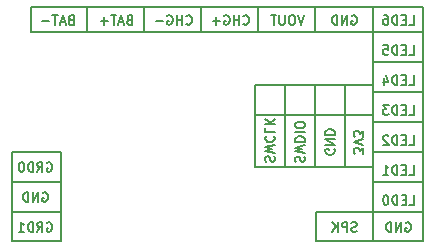
<source format=gbo>
G04 #@! TF.FileFunction,Legend,Bot*
%FSLAX46Y46*%
G04 Gerber Fmt 4.6, Leading zero omitted, Abs format (unit mm)*
G04 Created by KiCad (PCBNEW 4.0.6) date 11/02/17 10:09:17*
%MOMM*%
%LPD*%
G01*
G04 APERTURE LIST*
%ADD10C,0.200000*%
%ADD11C,0.150000*%
G04 APERTURE END LIST*
D10*
X139700000Y-110490000D02*
X149733000Y-110490000D01*
X139700000Y-106045000D02*
X149733000Y-106045000D01*
X139700000Y-103505000D02*
X149733000Y-103505000D01*
X147320000Y-103505000D02*
X147320000Y-110490000D01*
X144780000Y-103505000D02*
X144780000Y-110490000D01*
X142240000Y-103505000D02*
X142240000Y-110490000D01*
X139700000Y-103505000D02*
X139700000Y-110490000D01*
D11*
X140646190Y-110013524D02*
X140608095Y-109899238D01*
X140608095Y-109708762D01*
X140646190Y-109632572D01*
X140684286Y-109594476D01*
X140760476Y-109556381D01*
X140836667Y-109556381D01*
X140912857Y-109594476D01*
X140950952Y-109632572D01*
X140989048Y-109708762D01*
X141027143Y-109861143D01*
X141065238Y-109937334D01*
X141103333Y-109975429D01*
X141179524Y-110013524D01*
X141255714Y-110013524D01*
X141331905Y-109975429D01*
X141370000Y-109937334D01*
X141408095Y-109861143D01*
X141408095Y-109670667D01*
X141370000Y-109556381D01*
X141408095Y-109289714D02*
X140608095Y-109099238D01*
X141179524Y-108946857D01*
X140608095Y-108794476D01*
X141408095Y-108604000D01*
X140684286Y-107842095D02*
X140646190Y-107880190D01*
X140608095Y-107994476D01*
X140608095Y-108070666D01*
X140646190Y-108184952D01*
X140722381Y-108261143D01*
X140798571Y-108299238D01*
X140950952Y-108337333D01*
X141065238Y-108337333D01*
X141217619Y-108299238D01*
X141293810Y-108261143D01*
X141370000Y-108184952D01*
X141408095Y-108070666D01*
X141408095Y-107994476D01*
X141370000Y-107880190D01*
X141331905Y-107842095D01*
X140608095Y-107118285D02*
X140608095Y-107499238D01*
X141408095Y-107499238D01*
X140608095Y-106851619D02*
X141408095Y-106851619D01*
X140608095Y-106394476D02*
X141065238Y-106737333D01*
X141408095Y-106394476D02*
X140950952Y-106851619D01*
X143186190Y-110026238D02*
X143148095Y-109911952D01*
X143148095Y-109721476D01*
X143186190Y-109645286D01*
X143224286Y-109607190D01*
X143300476Y-109569095D01*
X143376667Y-109569095D01*
X143452857Y-109607190D01*
X143490952Y-109645286D01*
X143529048Y-109721476D01*
X143567143Y-109873857D01*
X143605238Y-109950048D01*
X143643333Y-109988143D01*
X143719524Y-110026238D01*
X143795714Y-110026238D01*
X143871905Y-109988143D01*
X143910000Y-109950048D01*
X143948095Y-109873857D01*
X143948095Y-109683381D01*
X143910000Y-109569095D01*
X143948095Y-109302428D02*
X143148095Y-109111952D01*
X143719524Y-108959571D01*
X143148095Y-108807190D01*
X143948095Y-108616714D01*
X143148095Y-108311952D02*
X143948095Y-108311952D01*
X143948095Y-108121476D01*
X143910000Y-108007190D01*
X143833810Y-107930999D01*
X143757619Y-107892904D01*
X143605238Y-107854809D01*
X143490952Y-107854809D01*
X143338571Y-107892904D01*
X143262381Y-107930999D01*
X143186190Y-108007190D01*
X143148095Y-108121476D01*
X143148095Y-108311952D01*
X143148095Y-107511952D02*
X143948095Y-107511952D01*
X143948095Y-106978619D02*
X143948095Y-106826238D01*
X143910000Y-106750047D01*
X143833810Y-106673857D01*
X143681429Y-106635762D01*
X143414762Y-106635762D01*
X143262381Y-106673857D01*
X143186190Y-106750047D01*
X143148095Y-106826238D01*
X143148095Y-106978619D01*
X143186190Y-107054809D01*
X143262381Y-107131000D01*
X143414762Y-107169095D01*
X143681429Y-107169095D01*
X143833810Y-107131000D01*
X143910000Y-107054809D01*
X143948095Y-106978619D01*
X148901095Y-109321476D02*
X148901095Y-108826238D01*
X148596333Y-109092905D01*
X148596333Y-108978619D01*
X148558238Y-108902429D01*
X148520143Y-108864333D01*
X148443952Y-108826238D01*
X148253476Y-108826238D01*
X148177286Y-108864333D01*
X148139190Y-108902429D01*
X148101095Y-108978619D01*
X148101095Y-109207191D01*
X148139190Y-109283381D01*
X148177286Y-109321476D01*
X148901095Y-108597667D02*
X148101095Y-108331000D01*
X148901095Y-108064333D01*
X148901095Y-107873857D02*
X148901095Y-107378619D01*
X148596333Y-107645286D01*
X148596333Y-107531000D01*
X148558238Y-107454810D01*
X148520143Y-107416714D01*
X148443952Y-107378619D01*
X148253476Y-107378619D01*
X148177286Y-107416714D01*
X148139190Y-107454810D01*
X148101095Y-107531000D01*
X148101095Y-107759572D01*
X148139190Y-107835762D01*
X148177286Y-107873857D01*
X146450000Y-108940523D02*
X146488095Y-109016714D01*
X146488095Y-109130999D01*
X146450000Y-109245285D01*
X146373810Y-109321476D01*
X146297619Y-109359571D01*
X146145238Y-109397666D01*
X146030952Y-109397666D01*
X145878571Y-109359571D01*
X145802381Y-109321476D01*
X145726190Y-109245285D01*
X145688095Y-109130999D01*
X145688095Y-109054809D01*
X145726190Y-108940523D01*
X145764286Y-108902428D01*
X146030952Y-108902428D01*
X146030952Y-109054809D01*
X145688095Y-108559571D02*
X146488095Y-108559571D01*
X145688095Y-108102428D01*
X146488095Y-108102428D01*
X145688095Y-107721476D02*
X146488095Y-107721476D01*
X146488095Y-107531000D01*
X146450000Y-107416714D01*
X146373810Y-107340523D01*
X146297619Y-107302428D01*
X146145238Y-107264333D01*
X146030952Y-107264333D01*
X145878571Y-107302428D01*
X145802381Y-107340523D01*
X145726190Y-107416714D01*
X145688095Y-107531000D01*
X145688095Y-107721476D01*
X121767523Y-112630000D02*
X121843714Y-112591905D01*
X121957999Y-112591905D01*
X122072285Y-112630000D01*
X122148476Y-112706190D01*
X122186571Y-112782381D01*
X122224666Y-112934762D01*
X122224666Y-113049048D01*
X122186571Y-113201429D01*
X122148476Y-113277619D01*
X122072285Y-113353810D01*
X121957999Y-113391905D01*
X121881809Y-113391905D01*
X121767523Y-113353810D01*
X121729428Y-113315714D01*
X121729428Y-113049048D01*
X121881809Y-113049048D01*
X121386571Y-113391905D02*
X121386571Y-112591905D01*
X120929428Y-113391905D01*
X120929428Y-112591905D01*
X120548476Y-113391905D02*
X120548476Y-112591905D01*
X120358000Y-112591905D01*
X120243714Y-112630000D01*
X120167523Y-112706190D01*
X120129428Y-112782381D01*
X120091333Y-112934762D01*
X120091333Y-113049048D01*
X120129428Y-113201429D01*
X120167523Y-113277619D01*
X120243714Y-113353810D01*
X120358000Y-113391905D01*
X120548476Y-113391905D01*
X122129428Y-115170000D02*
X122205619Y-115131905D01*
X122319904Y-115131905D01*
X122434190Y-115170000D01*
X122510381Y-115246190D01*
X122548476Y-115322381D01*
X122586571Y-115474762D01*
X122586571Y-115589048D01*
X122548476Y-115741429D01*
X122510381Y-115817619D01*
X122434190Y-115893810D01*
X122319904Y-115931905D01*
X122243714Y-115931905D01*
X122129428Y-115893810D01*
X122091333Y-115855714D01*
X122091333Y-115589048D01*
X122243714Y-115589048D01*
X121291333Y-115931905D02*
X121558000Y-115550952D01*
X121748476Y-115931905D02*
X121748476Y-115131905D01*
X121443714Y-115131905D01*
X121367523Y-115170000D01*
X121329428Y-115208095D01*
X121291333Y-115284286D01*
X121291333Y-115398571D01*
X121329428Y-115474762D01*
X121367523Y-115512857D01*
X121443714Y-115550952D01*
X121748476Y-115550952D01*
X120948476Y-115931905D02*
X120948476Y-115131905D01*
X120758000Y-115131905D01*
X120643714Y-115170000D01*
X120567523Y-115246190D01*
X120529428Y-115322381D01*
X120491333Y-115474762D01*
X120491333Y-115589048D01*
X120529428Y-115741429D01*
X120567523Y-115817619D01*
X120643714Y-115893810D01*
X120758000Y-115931905D01*
X120948476Y-115931905D01*
X119729428Y-115931905D02*
X120186571Y-115931905D01*
X119958000Y-115931905D02*
X119958000Y-115131905D01*
X120034190Y-115246190D01*
X120110381Y-115322381D01*
X120186571Y-115360476D01*
X122129428Y-110090000D02*
X122205619Y-110051905D01*
X122319904Y-110051905D01*
X122434190Y-110090000D01*
X122510381Y-110166190D01*
X122548476Y-110242381D01*
X122586571Y-110394762D01*
X122586571Y-110509048D01*
X122548476Y-110661429D01*
X122510381Y-110737619D01*
X122434190Y-110813810D01*
X122319904Y-110851905D01*
X122243714Y-110851905D01*
X122129428Y-110813810D01*
X122091333Y-110775714D01*
X122091333Y-110509048D01*
X122243714Y-110509048D01*
X121291333Y-110851905D02*
X121558000Y-110470952D01*
X121748476Y-110851905D02*
X121748476Y-110051905D01*
X121443714Y-110051905D01*
X121367523Y-110090000D01*
X121329428Y-110128095D01*
X121291333Y-110204286D01*
X121291333Y-110318571D01*
X121329428Y-110394762D01*
X121367523Y-110432857D01*
X121443714Y-110470952D01*
X121748476Y-110470952D01*
X120948476Y-110851905D02*
X120948476Y-110051905D01*
X120758000Y-110051905D01*
X120643714Y-110090000D01*
X120567523Y-110166190D01*
X120529428Y-110242381D01*
X120491333Y-110394762D01*
X120491333Y-110509048D01*
X120529428Y-110661429D01*
X120567523Y-110737619D01*
X120643714Y-110813810D01*
X120758000Y-110851905D01*
X120948476Y-110851905D01*
X119996095Y-110051905D02*
X119919904Y-110051905D01*
X119843714Y-110090000D01*
X119805619Y-110128095D01*
X119767523Y-110204286D01*
X119729428Y-110356667D01*
X119729428Y-110547143D01*
X119767523Y-110699524D01*
X119805619Y-110775714D01*
X119843714Y-110813810D01*
X119919904Y-110851905D01*
X119996095Y-110851905D01*
X120072285Y-110813810D01*
X120110381Y-110775714D01*
X120148476Y-110699524D01*
X120186571Y-110547143D01*
X120186571Y-110356667D01*
X120148476Y-110204286D01*
X120110381Y-110128095D01*
X120072285Y-110090000D01*
X119996095Y-110051905D01*
X133908666Y-98329714D02*
X133946761Y-98367810D01*
X134061047Y-98405905D01*
X134137237Y-98405905D01*
X134251523Y-98367810D01*
X134327714Y-98291619D01*
X134365809Y-98215429D01*
X134403904Y-98063048D01*
X134403904Y-97948762D01*
X134365809Y-97796381D01*
X134327714Y-97720190D01*
X134251523Y-97644000D01*
X134137237Y-97605905D01*
X134061047Y-97605905D01*
X133946761Y-97644000D01*
X133908666Y-97682095D01*
X133565809Y-98405905D02*
X133565809Y-97605905D01*
X133565809Y-97986857D02*
X133108666Y-97986857D01*
X133108666Y-98405905D02*
X133108666Y-97605905D01*
X132308666Y-97644000D02*
X132384857Y-97605905D01*
X132499142Y-97605905D01*
X132613428Y-97644000D01*
X132689619Y-97720190D01*
X132727714Y-97796381D01*
X132765809Y-97948762D01*
X132765809Y-98063048D01*
X132727714Y-98215429D01*
X132689619Y-98291619D01*
X132613428Y-98367810D01*
X132499142Y-98405905D01*
X132422952Y-98405905D01*
X132308666Y-98367810D01*
X132270571Y-98329714D01*
X132270571Y-98063048D01*
X132422952Y-98063048D01*
X131927714Y-98101143D02*
X131318190Y-98101143D01*
X138734666Y-98329714D02*
X138772761Y-98367810D01*
X138887047Y-98405905D01*
X138963237Y-98405905D01*
X139077523Y-98367810D01*
X139153714Y-98291619D01*
X139191809Y-98215429D01*
X139229904Y-98063048D01*
X139229904Y-97948762D01*
X139191809Y-97796381D01*
X139153714Y-97720190D01*
X139077523Y-97644000D01*
X138963237Y-97605905D01*
X138887047Y-97605905D01*
X138772761Y-97644000D01*
X138734666Y-97682095D01*
X138391809Y-98405905D02*
X138391809Y-97605905D01*
X138391809Y-97986857D02*
X137934666Y-97986857D01*
X137934666Y-98405905D02*
X137934666Y-97605905D01*
X137134666Y-97644000D02*
X137210857Y-97605905D01*
X137325142Y-97605905D01*
X137439428Y-97644000D01*
X137515619Y-97720190D01*
X137553714Y-97796381D01*
X137591809Y-97948762D01*
X137591809Y-98063048D01*
X137553714Y-98215429D01*
X137515619Y-98291619D01*
X137439428Y-98367810D01*
X137325142Y-98405905D01*
X137248952Y-98405905D01*
X137134666Y-98367810D01*
X137096571Y-98329714D01*
X137096571Y-98063048D01*
X137248952Y-98063048D01*
X136753714Y-98101143D02*
X136144190Y-98101143D01*
X136448952Y-98405905D02*
X136448952Y-97796381D01*
X143903524Y-97605905D02*
X143636857Y-98405905D01*
X143370190Y-97605905D01*
X142951143Y-97605905D02*
X142798762Y-97605905D01*
X142722571Y-97644000D01*
X142646381Y-97720190D01*
X142608286Y-97872571D01*
X142608286Y-98139238D01*
X142646381Y-98291619D01*
X142722571Y-98367810D01*
X142798762Y-98405905D01*
X142951143Y-98405905D01*
X143027333Y-98367810D01*
X143103524Y-98291619D01*
X143141619Y-98139238D01*
X143141619Y-97872571D01*
X143103524Y-97720190D01*
X143027333Y-97644000D01*
X142951143Y-97605905D01*
X142265429Y-97605905D02*
X142265429Y-98253524D01*
X142227334Y-98329714D01*
X142189238Y-98367810D01*
X142113048Y-98405905D01*
X141960667Y-98405905D01*
X141884476Y-98367810D01*
X141846381Y-98329714D01*
X141808286Y-98253524D01*
X141808286Y-97605905D01*
X141541620Y-97605905D02*
X141084477Y-97605905D01*
X141313048Y-98405905D02*
X141313048Y-97605905D01*
X147929523Y-97644000D02*
X148005714Y-97605905D01*
X148119999Y-97605905D01*
X148234285Y-97644000D01*
X148310476Y-97720190D01*
X148348571Y-97796381D01*
X148386666Y-97948762D01*
X148386666Y-98063048D01*
X148348571Y-98215429D01*
X148310476Y-98291619D01*
X148234285Y-98367810D01*
X148119999Y-98405905D01*
X148043809Y-98405905D01*
X147929523Y-98367810D01*
X147891428Y-98329714D01*
X147891428Y-98063048D01*
X148043809Y-98063048D01*
X147548571Y-98405905D02*
X147548571Y-97605905D01*
X147091428Y-98405905D01*
X147091428Y-97605905D01*
X146710476Y-98405905D02*
X146710476Y-97605905D01*
X146520000Y-97605905D01*
X146405714Y-97644000D01*
X146329523Y-97720190D01*
X146291428Y-97796381D01*
X146253333Y-97948762D01*
X146253333Y-98063048D01*
X146291428Y-98215429D01*
X146329523Y-98291619D01*
X146405714Y-98367810D01*
X146520000Y-98405905D01*
X146710476Y-98405905D01*
X152787238Y-111105905D02*
X153168191Y-111105905D01*
X153168191Y-110305905D01*
X152520572Y-110686857D02*
X152253905Y-110686857D01*
X152139619Y-111105905D02*
X152520572Y-111105905D01*
X152520572Y-110305905D01*
X152139619Y-110305905D01*
X151796762Y-111105905D02*
X151796762Y-110305905D01*
X151606286Y-110305905D01*
X151492000Y-110344000D01*
X151415809Y-110420190D01*
X151377714Y-110496381D01*
X151339619Y-110648762D01*
X151339619Y-110763048D01*
X151377714Y-110915429D01*
X151415809Y-110991619D01*
X151492000Y-111067810D01*
X151606286Y-111105905D01*
X151796762Y-111105905D01*
X150577714Y-111105905D02*
X151034857Y-111105905D01*
X150806286Y-111105905D02*
X150806286Y-110305905D01*
X150882476Y-110420190D01*
X150958667Y-110496381D01*
X151034857Y-110534476D01*
X152787238Y-108565905D02*
X153168191Y-108565905D01*
X153168191Y-107765905D01*
X152520572Y-108146857D02*
X152253905Y-108146857D01*
X152139619Y-108565905D02*
X152520572Y-108565905D01*
X152520572Y-107765905D01*
X152139619Y-107765905D01*
X151796762Y-108565905D02*
X151796762Y-107765905D01*
X151606286Y-107765905D01*
X151492000Y-107804000D01*
X151415809Y-107880190D01*
X151377714Y-107956381D01*
X151339619Y-108108762D01*
X151339619Y-108223048D01*
X151377714Y-108375429D01*
X151415809Y-108451619D01*
X151492000Y-108527810D01*
X151606286Y-108565905D01*
X151796762Y-108565905D01*
X151034857Y-107842095D02*
X150996762Y-107804000D01*
X150920571Y-107765905D01*
X150730095Y-107765905D01*
X150653905Y-107804000D01*
X150615809Y-107842095D01*
X150577714Y-107918286D01*
X150577714Y-107994476D01*
X150615809Y-108108762D01*
X151072952Y-108565905D01*
X150577714Y-108565905D01*
X152787238Y-106025905D02*
X153168191Y-106025905D01*
X153168191Y-105225905D01*
X152520572Y-105606857D02*
X152253905Y-105606857D01*
X152139619Y-106025905D02*
X152520572Y-106025905D01*
X152520572Y-105225905D01*
X152139619Y-105225905D01*
X151796762Y-106025905D02*
X151796762Y-105225905D01*
X151606286Y-105225905D01*
X151492000Y-105264000D01*
X151415809Y-105340190D01*
X151377714Y-105416381D01*
X151339619Y-105568762D01*
X151339619Y-105683048D01*
X151377714Y-105835429D01*
X151415809Y-105911619D01*
X151492000Y-105987810D01*
X151606286Y-106025905D01*
X151796762Y-106025905D01*
X151072952Y-105225905D02*
X150577714Y-105225905D01*
X150844381Y-105530667D01*
X150730095Y-105530667D01*
X150653905Y-105568762D01*
X150615809Y-105606857D01*
X150577714Y-105683048D01*
X150577714Y-105873524D01*
X150615809Y-105949714D01*
X150653905Y-105987810D01*
X150730095Y-106025905D01*
X150958667Y-106025905D01*
X151034857Y-105987810D01*
X151072952Y-105949714D01*
X152787238Y-103485905D02*
X153168191Y-103485905D01*
X153168191Y-102685905D01*
X152520572Y-103066857D02*
X152253905Y-103066857D01*
X152139619Y-103485905D02*
X152520572Y-103485905D01*
X152520572Y-102685905D01*
X152139619Y-102685905D01*
X151796762Y-103485905D02*
X151796762Y-102685905D01*
X151606286Y-102685905D01*
X151492000Y-102724000D01*
X151415809Y-102800190D01*
X151377714Y-102876381D01*
X151339619Y-103028762D01*
X151339619Y-103143048D01*
X151377714Y-103295429D01*
X151415809Y-103371619D01*
X151492000Y-103447810D01*
X151606286Y-103485905D01*
X151796762Y-103485905D01*
X150653905Y-102952571D02*
X150653905Y-103485905D01*
X150844381Y-102647810D02*
X151034857Y-103219238D01*
X150539619Y-103219238D01*
X152787238Y-100945905D02*
X153168191Y-100945905D01*
X153168191Y-100145905D01*
X152520572Y-100526857D02*
X152253905Y-100526857D01*
X152139619Y-100945905D02*
X152520572Y-100945905D01*
X152520572Y-100145905D01*
X152139619Y-100145905D01*
X151796762Y-100945905D02*
X151796762Y-100145905D01*
X151606286Y-100145905D01*
X151492000Y-100184000D01*
X151415809Y-100260190D01*
X151377714Y-100336381D01*
X151339619Y-100488762D01*
X151339619Y-100603048D01*
X151377714Y-100755429D01*
X151415809Y-100831619D01*
X151492000Y-100907810D01*
X151606286Y-100945905D01*
X151796762Y-100945905D01*
X150615809Y-100145905D02*
X150996762Y-100145905D01*
X151034857Y-100526857D01*
X150996762Y-100488762D01*
X150920571Y-100450667D01*
X150730095Y-100450667D01*
X150653905Y-100488762D01*
X150615809Y-100526857D01*
X150577714Y-100603048D01*
X150577714Y-100793524D01*
X150615809Y-100869714D01*
X150653905Y-100907810D01*
X150730095Y-100945905D01*
X150920571Y-100945905D01*
X150996762Y-100907810D01*
X151034857Y-100869714D01*
D10*
X125476000Y-96901000D02*
X125476000Y-99060000D01*
X130302000Y-96901000D02*
X130302000Y-99060000D01*
X135128000Y-96901000D02*
X135128000Y-99060000D01*
X139954000Y-96901000D02*
X139954000Y-99060000D01*
X144780000Y-96901000D02*
X144780000Y-99060000D01*
X120777000Y-99060000D02*
X149733000Y-99060000D01*
X120777000Y-96901000D02*
X120777000Y-99060000D01*
X149733000Y-96901000D02*
X120777000Y-96901000D01*
X144907000Y-116713000D02*
X149733000Y-116713000D01*
X144907000Y-114300000D02*
X144907000Y-116713000D01*
X149733000Y-114300000D02*
X144907000Y-114300000D01*
X153924000Y-114300000D02*
X149733000Y-114300000D01*
X153924000Y-111760000D02*
X149733000Y-111760000D01*
X153924000Y-109220000D02*
X149733000Y-109220000D01*
X153924000Y-106680000D02*
X149733000Y-106680000D01*
X153924000Y-104140000D02*
X149733000Y-104140000D01*
X153924000Y-101600000D02*
X149733000Y-101600000D01*
X153924000Y-99060000D02*
X149733000Y-99060000D01*
X153924000Y-96901000D02*
X149733000Y-96901000D01*
X153924000Y-116713000D02*
X153924000Y-96901000D01*
X149733000Y-116713000D02*
X153924000Y-116713000D01*
X149733000Y-96901000D02*
X149733000Y-116713000D01*
X119126000Y-116713000D02*
X123317000Y-116713000D01*
X119126000Y-109220000D02*
X119126000Y-116713000D01*
X119126000Y-114300000D02*
X123317000Y-114300000D01*
X123317000Y-111760000D02*
X123317000Y-116713000D01*
X123317000Y-109220000D02*
X119126000Y-109220000D01*
X123317000Y-111760000D02*
X123317000Y-109220000D01*
X119126000Y-111760000D02*
X123317000Y-111760000D01*
D11*
X129101714Y-97986857D02*
X128987428Y-98024952D01*
X128949333Y-98063048D01*
X128911238Y-98139238D01*
X128911238Y-98253524D01*
X128949333Y-98329714D01*
X128987428Y-98367810D01*
X129063619Y-98405905D01*
X129368381Y-98405905D01*
X129368381Y-97605905D01*
X129101714Y-97605905D01*
X129025524Y-97644000D01*
X128987428Y-97682095D01*
X128949333Y-97758286D01*
X128949333Y-97834476D01*
X128987428Y-97910667D01*
X129025524Y-97948762D01*
X129101714Y-97986857D01*
X129368381Y-97986857D01*
X128606476Y-98177333D02*
X128225524Y-98177333D01*
X128682667Y-98405905D02*
X128416000Y-97605905D01*
X128149333Y-98405905D01*
X127996953Y-97605905D02*
X127539810Y-97605905D01*
X127768381Y-98405905D02*
X127768381Y-97605905D01*
X127273143Y-98101143D02*
X126663619Y-98101143D01*
X126968381Y-98405905D02*
X126968381Y-97796381D01*
X124148714Y-97986857D02*
X124034428Y-98024952D01*
X123996333Y-98063048D01*
X123958238Y-98139238D01*
X123958238Y-98253524D01*
X123996333Y-98329714D01*
X124034428Y-98367810D01*
X124110619Y-98405905D01*
X124415381Y-98405905D01*
X124415381Y-97605905D01*
X124148714Y-97605905D01*
X124072524Y-97644000D01*
X124034428Y-97682095D01*
X123996333Y-97758286D01*
X123996333Y-97834476D01*
X124034428Y-97910667D01*
X124072524Y-97948762D01*
X124148714Y-97986857D01*
X124415381Y-97986857D01*
X123653476Y-98177333D02*
X123272524Y-98177333D01*
X123729667Y-98405905D02*
X123463000Y-97605905D01*
X123196333Y-98405905D01*
X123043953Y-97605905D02*
X122586810Y-97605905D01*
X122815381Y-98405905D02*
X122815381Y-97605905D01*
X122320143Y-98101143D02*
X121710619Y-98101143D01*
X152501523Y-115170000D02*
X152577714Y-115131905D01*
X152691999Y-115131905D01*
X152806285Y-115170000D01*
X152882476Y-115246190D01*
X152920571Y-115322381D01*
X152958666Y-115474762D01*
X152958666Y-115589048D01*
X152920571Y-115741429D01*
X152882476Y-115817619D01*
X152806285Y-115893810D01*
X152691999Y-115931905D01*
X152615809Y-115931905D01*
X152501523Y-115893810D01*
X152463428Y-115855714D01*
X152463428Y-115589048D01*
X152615809Y-115589048D01*
X152120571Y-115931905D02*
X152120571Y-115131905D01*
X151663428Y-115931905D01*
X151663428Y-115131905D01*
X151282476Y-115931905D02*
X151282476Y-115131905D01*
X151092000Y-115131905D01*
X150977714Y-115170000D01*
X150901523Y-115246190D01*
X150863428Y-115322381D01*
X150825333Y-115474762D01*
X150825333Y-115589048D01*
X150863428Y-115741429D01*
X150901523Y-115817619D01*
X150977714Y-115893810D01*
X151092000Y-115931905D01*
X151282476Y-115931905D01*
X148348571Y-115893810D02*
X148234285Y-115931905D01*
X148043809Y-115931905D01*
X147967619Y-115893810D01*
X147929523Y-115855714D01*
X147891428Y-115779524D01*
X147891428Y-115703333D01*
X147929523Y-115627143D01*
X147967619Y-115589048D01*
X148043809Y-115550952D01*
X148196190Y-115512857D01*
X148272381Y-115474762D01*
X148310476Y-115436667D01*
X148348571Y-115360476D01*
X148348571Y-115284286D01*
X148310476Y-115208095D01*
X148272381Y-115170000D01*
X148196190Y-115131905D01*
X148005714Y-115131905D01*
X147891428Y-115170000D01*
X147548571Y-115931905D02*
X147548571Y-115131905D01*
X147243809Y-115131905D01*
X147167618Y-115170000D01*
X147129523Y-115208095D01*
X147091428Y-115284286D01*
X147091428Y-115398571D01*
X147129523Y-115474762D01*
X147167618Y-115512857D01*
X147243809Y-115550952D01*
X147548571Y-115550952D01*
X146748571Y-115931905D02*
X146748571Y-115131905D01*
X146291428Y-115931905D02*
X146634285Y-115474762D01*
X146291428Y-115131905D02*
X146748571Y-115589048D01*
X152795238Y-113645905D02*
X153176191Y-113645905D01*
X153176191Y-112845905D01*
X152528572Y-113226857D02*
X152261905Y-113226857D01*
X152147619Y-113645905D02*
X152528572Y-113645905D01*
X152528572Y-112845905D01*
X152147619Y-112845905D01*
X151804762Y-113645905D02*
X151804762Y-112845905D01*
X151614286Y-112845905D01*
X151500000Y-112884000D01*
X151423809Y-112960190D01*
X151385714Y-113036381D01*
X151347619Y-113188762D01*
X151347619Y-113303048D01*
X151385714Y-113455429D01*
X151423809Y-113531619D01*
X151500000Y-113607810D01*
X151614286Y-113645905D01*
X151804762Y-113645905D01*
X150852381Y-112845905D02*
X150776190Y-112845905D01*
X150700000Y-112884000D01*
X150661905Y-112922095D01*
X150623809Y-112998286D01*
X150585714Y-113150667D01*
X150585714Y-113341143D01*
X150623809Y-113493524D01*
X150661905Y-113569714D01*
X150700000Y-113607810D01*
X150776190Y-113645905D01*
X150852381Y-113645905D01*
X150928571Y-113607810D01*
X150966667Y-113569714D01*
X151004762Y-113493524D01*
X151042857Y-113341143D01*
X151042857Y-113150667D01*
X151004762Y-112998286D01*
X150966667Y-112922095D01*
X150928571Y-112884000D01*
X150852381Y-112845905D01*
X152787238Y-98405905D02*
X153168191Y-98405905D01*
X153168191Y-97605905D01*
X152520572Y-97986857D02*
X152253905Y-97986857D01*
X152139619Y-98405905D02*
X152520572Y-98405905D01*
X152520572Y-97605905D01*
X152139619Y-97605905D01*
X151796762Y-98405905D02*
X151796762Y-97605905D01*
X151606286Y-97605905D01*
X151492000Y-97644000D01*
X151415809Y-97720190D01*
X151377714Y-97796381D01*
X151339619Y-97948762D01*
X151339619Y-98063048D01*
X151377714Y-98215429D01*
X151415809Y-98291619D01*
X151492000Y-98367810D01*
X151606286Y-98405905D01*
X151796762Y-98405905D01*
X150653905Y-97605905D02*
X150806286Y-97605905D01*
X150882476Y-97644000D01*
X150920571Y-97682095D01*
X150996762Y-97796381D01*
X151034857Y-97948762D01*
X151034857Y-98253524D01*
X150996762Y-98329714D01*
X150958667Y-98367810D01*
X150882476Y-98405905D01*
X150730095Y-98405905D01*
X150653905Y-98367810D01*
X150615809Y-98329714D01*
X150577714Y-98253524D01*
X150577714Y-98063048D01*
X150615809Y-97986857D01*
X150653905Y-97948762D01*
X150730095Y-97910667D01*
X150882476Y-97910667D01*
X150958667Y-97948762D01*
X150996762Y-97986857D01*
X151034857Y-98063048D01*
M02*

</source>
